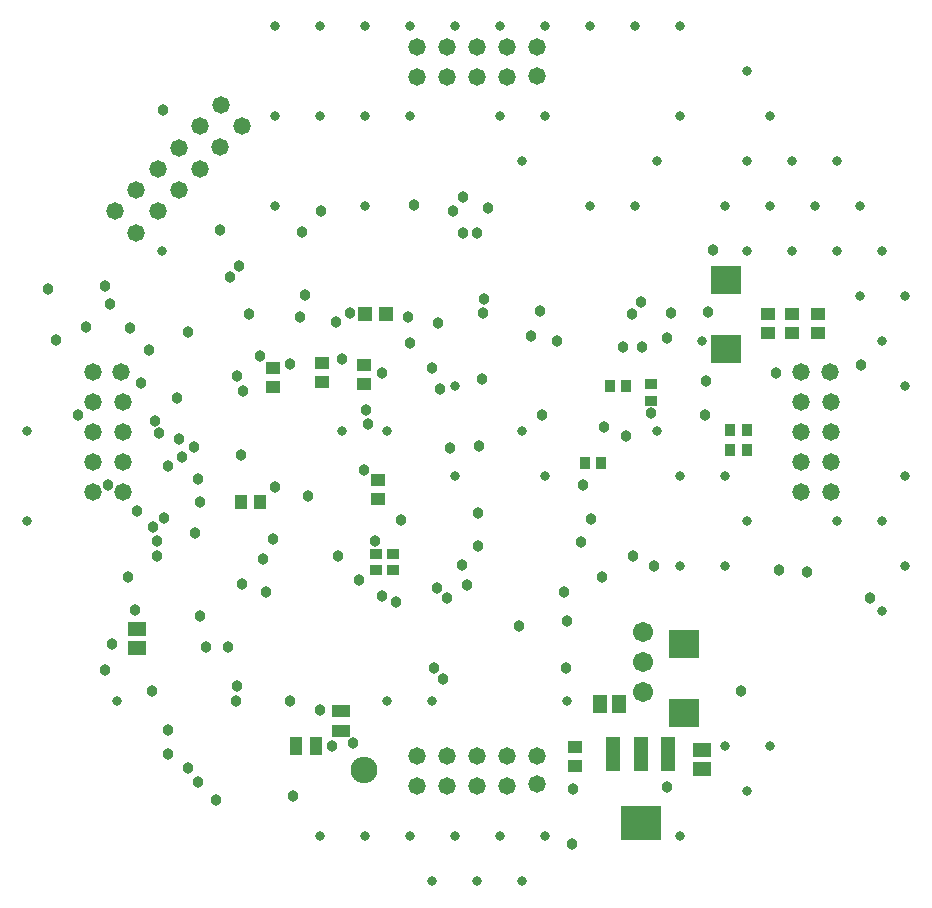
<source format=gbr>
%TF.GenerationSoftware,Altium Limited,Altium Designer,18.1.6 (161)*%
G04 Layer_Color=16711935*
%FSLAX25Y25*%
%MOIN*%
%TF.FileFunction,Soldermask,Bot*%
%TF.Part,Single*%
G01*
G75*
%TA.AperFunction,SMDPad,CuDef*%
%ADD50R,0.04147X0.05918*%
%ADD51R,0.05918X0.04147*%
%ADD52R,0.04540X0.06115*%
%ADD53R,0.06115X0.04540*%
%ADD54R,0.04737X0.04343*%
%ADD55R,0.10052X0.09461*%
%ADD56R,0.13792X0.11430*%
%ADD57R,0.04737X0.11430*%
%ADD58R,0.05131X0.05131*%
%ADD59R,0.04343X0.04737*%
%ADD60R,0.03556X0.04343*%
%ADD61R,0.04343X0.03556*%
%TA.AperFunction,ComponentPad*%
%ADD62C,0.05800*%
%ADD63C,0.06706*%
%ADD64O,0.08910X0.08910*%
%TA.AperFunction,ViaPad*%
%ADD65C,0.03800*%
%ADD66C,0.03300*%
D50*
X254505Y210000D02*
D03*
X261198D02*
D03*
D51*
X269500Y221847D02*
D03*
Y215154D02*
D03*
D52*
X362394Y224000D02*
D03*
X356095D02*
D03*
D53*
X390000Y202350D02*
D03*
Y208650D02*
D03*
X201500Y249150D02*
D03*
Y242850D02*
D03*
D54*
X347500Y209650D02*
D03*
Y203350D02*
D03*
X277217Y330850D02*
D03*
Y337150D02*
D03*
X263437Y331350D02*
D03*
Y337650D02*
D03*
X282000Y298650D02*
D03*
Y292350D02*
D03*
X247000Y329850D02*
D03*
Y336150D02*
D03*
X428500Y354248D02*
D03*
Y347949D02*
D03*
X412000Y354248D02*
D03*
Y347949D02*
D03*
X420000Y354248D02*
D03*
Y347949D02*
D03*
D55*
X384000Y244016D02*
D03*
Y220984D02*
D03*
X398000Y342484D02*
D03*
Y365516D02*
D03*
D56*
X369500Y184386D02*
D03*
D57*
X378555Y207614D02*
D03*
X369500D02*
D03*
X360445D02*
D03*
D58*
X277610Y354000D02*
D03*
X284697D02*
D03*
D59*
X242650Y291338D02*
D03*
X236350D02*
D03*
D60*
X356335Y304500D02*
D03*
X350823D02*
D03*
X399413Y308935D02*
D03*
X404925D02*
D03*
X399413Y315388D02*
D03*
X404925D02*
D03*
X359244Y330000D02*
D03*
X364756D02*
D03*
D61*
X281122Y274256D02*
D03*
Y268744D02*
D03*
X287000Y274256D02*
D03*
Y268744D02*
D03*
X373000Y330756D02*
D03*
Y325244D02*
D03*
D62*
X196850Y294961D02*
D03*
Y304961D02*
D03*
Y314961D02*
D03*
Y324961D02*
D03*
X196350Y334961D02*
D03*
X186850D02*
D03*
Y324961D02*
D03*
Y314961D02*
D03*
Y304961D02*
D03*
Y294961D02*
D03*
X423071D02*
D03*
Y304961D02*
D03*
Y314961D02*
D03*
Y324961D02*
D03*
Y334961D02*
D03*
X432571D02*
D03*
X433071Y324961D02*
D03*
Y314961D02*
D03*
Y304961D02*
D03*
Y294961D02*
D03*
X229713Y423713D02*
D03*
X236784Y416642D02*
D03*
X201429Y381287D02*
D03*
X208500Y388358D02*
D03*
X215571Y395429D02*
D03*
X222642Y402500D02*
D03*
X229360Y409925D02*
D03*
X222642Y416642D02*
D03*
X215571Y409571D02*
D03*
X208500Y402500D02*
D03*
X201429Y395429D02*
D03*
X194358Y388358D02*
D03*
X294961Y433071D02*
D03*
X304961D02*
D03*
X314961D02*
D03*
X324961D02*
D03*
X334961Y433571D02*
D03*
Y443071D02*
D03*
X324961D02*
D03*
X314961D02*
D03*
X304961D02*
D03*
X294961D02*
D03*
Y196850D02*
D03*
X304961D02*
D03*
X314961D02*
D03*
X324961D02*
D03*
X334961Y197350D02*
D03*
Y206850D02*
D03*
X324961D02*
D03*
X314961D02*
D03*
X304961D02*
D03*
X294961D02*
D03*
D63*
X370437Y228000D02*
D03*
Y238000D02*
D03*
Y248000D02*
D03*
D64*
X277327Y202153D02*
D03*
D65*
X203039Y331000D02*
D03*
X266500Y210000D02*
D03*
X252500Y225000D02*
D03*
X262500Y222000D02*
D03*
X273500Y211000D02*
D03*
X288000Y258000D02*
D03*
X378311Y196473D02*
D03*
X218500Y202654D02*
D03*
X222000Y198000D02*
D03*
X228000Y192000D02*
D03*
X212000Y207500D02*
D03*
X190851Y235550D02*
D03*
X193265Y244016D02*
D03*
X172000Y362500D02*
D03*
X210418Y422208D02*
D03*
X182000Y320407D02*
D03*
X236280Y307055D02*
D03*
X222642Y253500D02*
D03*
X208400Y273500D02*
D03*
X199242Y349500D02*
D03*
X403000Y228500D02*
D03*
X446000Y259500D02*
D03*
X283394Y260280D02*
D03*
X263000Y388500D02*
D03*
X256500Y381500D02*
D03*
X257507Y360500D02*
D03*
X329000Y250000D02*
D03*
X234500Y225000D02*
D03*
X347000Y195693D02*
D03*
X300500Y236000D02*
D03*
X303500Y232500D02*
D03*
X425000Y268000D02*
D03*
X415500Y268921D02*
D03*
X235000Y230000D02*
D03*
X344500Y236250D02*
D03*
X374000Y270000D02*
D03*
X236500Y264244D02*
D03*
X205500Y342000D02*
D03*
X201677Y288442D02*
D03*
X222082Y299220D02*
D03*
X222500Y291338D02*
D03*
X224500Y243000D02*
D03*
X232000D02*
D03*
X218500Y348000D02*
D03*
X300052Y336000D02*
D03*
X268000Y351631D02*
D03*
X191000Y363315D02*
D03*
X192500Y357500D02*
D03*
X253500Y193461D02*
D03*
X357252Y316500D02*
D03*
X356500Y266500D02*
D03*
X292000Y353095D02*
D03*
X302000Y351189D02*
D03*
X208400Y278500D02*
D03*
X192000Y297244D02*
D03*
X268650Y273500D02*
D03*
X277217Y302000D02*
D03*
X247000Y279000D02*
D03*
X243500Y272500D02*
D03*
X443000Y337000D02*
D03*
X311500Y263744D02*
D03*
X310000Y270500D02*
D03*
X275500Y265500D02*
D03*
X393500Y375500D02*
D03*
X215000Y326000D02*
D03*
X174500Y345480D02*
D03*
X198500Y266500D02*
D03*
X206500Y228500D02*
D03*
X221000Y281000D02*
D03*
X201000Y255500D02*
D03*
X344000Y261346D02*
D03*
X278500Y317500D02*
D03*
X207500Y318500D02*
D03*
X209000Y314500D02*
D03*
X278000Y322000D02*
D03*
X305000Y259500D02*
D03*
X256000Y353095D02*
D03*
X212000Y215500D02*
D03*
X294000Y390500D02*
D03*
X310201Y381201D02*
D03*
X272500Y354543D02*
D03*
X317158Y359000D02*
D03*
X314961Y381201D02*
D03*
X318500Y389500D02*
D03*
X307000Y388500D02*
D03*
X239000Y354248D02*
D03*
X345000Y251689D02*
D03*
X301500Y262752D02*
D03*
X306000Y309500D02*
D03*
X184500Y349811D02*
D03*
X229360Y382000D02*
D03*
X346500Y177500D02*
D03*
X220500Y309811D02*
D03*
X216500Y306500D02*
D03*
X212000Y303366D02*
D03*
X210500Y286000D02*
D03*
X207000Y283000D02*
D03*
X336500Y320500D02*
D03*
X244500Y261500D02*
D03*
X258500Y293500D02*
D03*
X310201Y393000D02*
D03*
X232500Y366500D02*
D03*
X363500Y343000D02*
D03*
X369500Y358000D02*
D03*
X366500Y354248D02*
D03*
X333000Y346850D02*
D03*
X237000Y328500D02*
D03*
X392000Y354748D02*
D03*
X252500Y337500D02*
D03*
X242500Y340000D02*
D03*
X379500Y354500D02*
D03*
X391000Y320500D02*
D03*
X414756Y334500D02*
D03*
X373000Y321000D02*
D03*
X349500Y278114D02*
D03*
X289500Y285339D02*
D03*
X270000Y339000D02*
D03*
X235000Y333500D02*
D03*
X247500Y296500D02*
D03*
X369874Y343000D02*
D03*
X281000Y278500D02*
D03*
X292500Y344500D02*
D03*
X367000Y273500D02*
D03*
X302752Y329000D02*
D03*
X316500Y332500D02*
D03*
X283122Y334500D02*
D03*
X317000Y354500D02*
D03*
X235500Y370000D02*
D03*
X378311Y346000D02*
D03*
X364500Y313500D02*
D03*
X350244Y297244D02*
D03*
X353000Y285756D02*
D03*
X341500Y345000D02*
D03*
X336000Y355000D02*
D03*
X315661Y310122D02*
D03*
X215500Y312500D02*
D03*
X315323Y287933D02*
D03*
X315161Y276839D02*
D03*
X391250Y331750D02*
D03*
D66*
X457500Y360000D02*
D03*
X450000Y375000D02*
D03*
Y345000D02*
D03*
X457500Y330000D02*
D03*
Y300000D02*
D03*
X450000Y285000D02*
D03*
X457500Y270000D02*
D03*
X450000Y255000D02*
D03*
X435000Y405000D02*
D03*
X442500Y390000D02*
D03*
X435000Y375000D02*
D03*
X442500Y360000D02*
D03*
X435000Y285000D02*
D03*
X420000Y405000D02*
D03*
X427500Y390000D02*
D03*
X420000Y375000D02*
D03*
X405000Y435000D02*
D03*
X412500Y420000D02*
D03*
X405000Y405000D02*
D03*
X412500Y390000D02*
D03*
X405000Y375000D02*
D03*
Y285000D02*
D03*
X412500Y210000D02*
D03*
X405000Y195000D02*
D03*
X397500Y390000D02*
D03*
X390000Y345000D02*
D03*
X397500Y300000D02*
D03*
Y270000D02*
D03*
Y210000D02*
D03*
X382500Y450000D02*
D03*
Y420000D02*
D03*
X375000Y405000D02*
D03*
Y315000D02*
D03*
X382500Y300000D02*
D03*
Y270000D02*
D03*
Y180000D02*
D03*
X367500Y450000D02*
D03*
Y390000D02*
D03*
X352500Y450000D02*
D03*
Y390000D02*
D03*
X345000Y225000D02*
D03*
X337500Y450000D02*
D03*
Y420000D02*
D03*
X330000Y405000D02*
D03*
Y315000D02*
D03*
X337500Y300000D02*
D03*
Y180000D02*
D03*
X330000Y165000D02*
D03*
X322500Y450000D02*
D03*
Y420000D02*
D03*
Y180000D02*
D03*
X315000Y165000D02*
D03*
X307500Y450000D02*
D03*
Y330000D02*
D03*
Y300000D02*
D03*
X300000Y225000D02*
D03*
X307500Y180000D02*
D03*
X300000Y165000D02*
D03*
X292500Y450000D02*
D03*
Y420000D02*
D03*
X285000Y315000D02*
D03*
Y225000D02*
D03*
X292500Y180000D02*
D03*
X277500Y450000D02*
D03*
Y420000D02*
D03*
Y390000D02*
D03*
X270000Y315000D02*
D03*
X277500Y180000D02*
D03*
X262500Y450000D02*
D03*
Y420000D02*
D03*
Y180000D02*
D03*
X247500Y450000D02*
D03*
Y420000D02*
D03*
Y390000D02*
D03*
X210000Y375000D02*
D03*
X195000Y225000D02*
D03*
X165000Y315000D02*
D03*
Y285000D02*
D03*
%TF.MD5,4140d57c81e6948a983a7ebf632906e6*%
M02*

</source>
